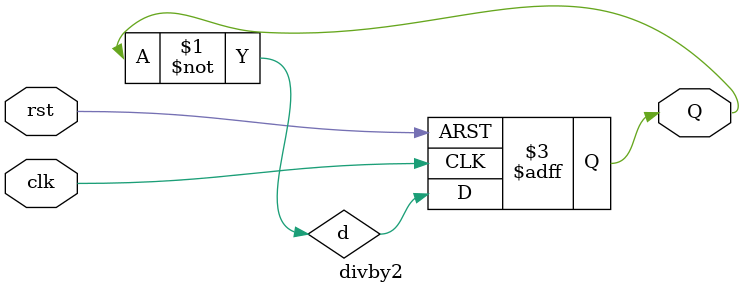
<source format=v>
`timescale 1ns / 1ps


module divby2(clk,rst,Q);
 input clk;
 input rst;
 output Q ;
 reg Q;
 wire d;
 
 assign d = ~Q;
 always @(posedge clk or posedge rst)
 begin 
 if (rst)
 begin
 Q<=0;
 end
 else 
 Q<=d;
 
 end     
endmodule

</source>
